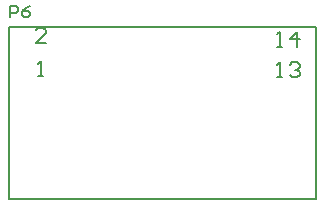
<source format=gto>
G04 Layer_Color=65535*
%FSLAX42Y42*%
%MOMM*%
G71*
G01*
G75*
%ADD20C,0.20*%
%ADD21C,0.20*%
D20*
X-3014Y2298D02*
X-414D01*
X-3014Y845D02*
Y2298D01*
Y845D02*
X-414D01*
Y2298D01*
X-3003Y2382D02*
Y2482D01*
X-2953D01*
X-2936Y2465D01*
Y2432D01*
X-2953Y2415D01*
X-3003D01*
X-2836Y2482D02*
X-2869Y2465D01*
X-2903Y2432D01*
Y2399D01*
X-2886Y2382D01*
X-2853D01*
X-2836Y2399D01*
Y2415D01*
X-2853Y2432D01*
X-2903D01*
D21*
X-2767Y1885D02*
X-2725D01*
X-2746D01*
Y2012D01*
X-2767Y1991D01*
X-2702Y2165D02*
X-2787D01*
X-2702Y2250D01*
Y2271D01*
X-2724Y2292D01*
X-2766D01*
X-2787Y2271D01*
X-741Y1875D02*
X-699D01*
X-720D01*
Y2002D01*
X-741Y1981D01*
X-635D02*
X-614Y2002D01*
X-572D01*
X-551Y1981D01*
Y1960D01*
X-572Y1938D01*
X-593D01*
X-572D01*
X-551Y1917D01*
Y1896D01*
X-572Y1875D01*
X-614D01*
X-635Y1896D01*
X-744Y2135D02*
X-701D01*
X-722D01*
Y2262D01*
X-744Y2241D01*
X-574Y2135D02*
Y2262D01*
X-638Y2198D01*
X-553D01*
M02*

</source>
